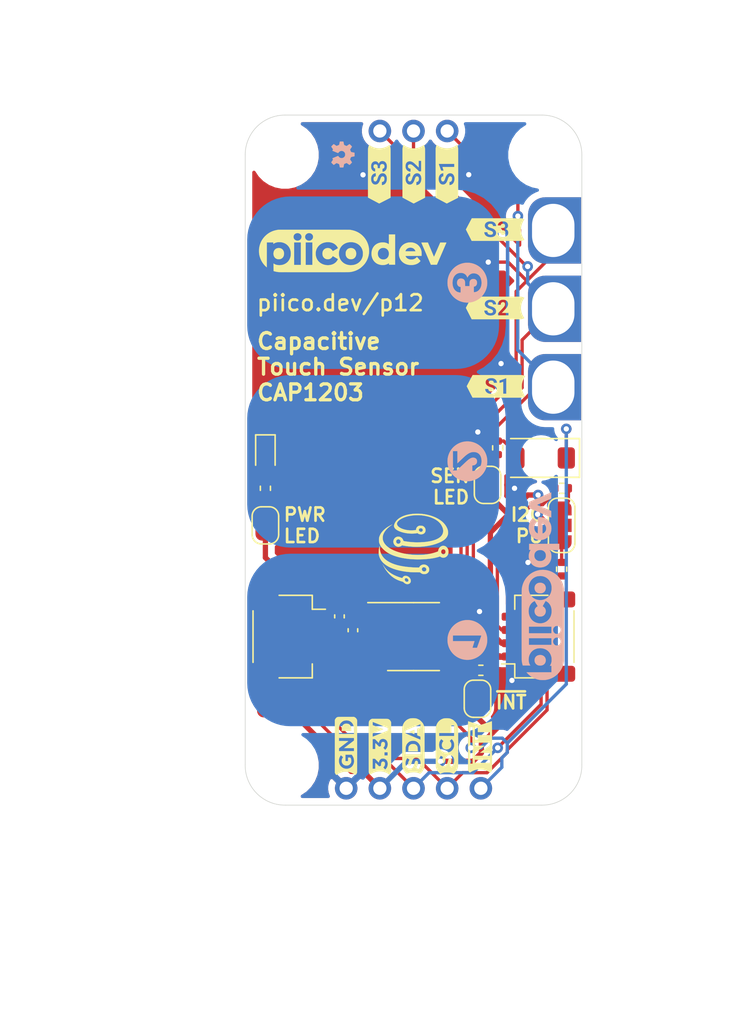
<source format=kicad_pcb>
(kicad_pcb (version 20171130) (host pcbnew "(5.1.8-44-gfd79c7ae46)-1")
  (title_block (date 2021-05-20))
  (layers (0 F.Cu signal) (31 B.Cu signal) (34 B.Paste user hide) (35 F.Paste user hide) (36 B.SilkS user) (37 F.SilkS user) (38 B.Mask user hide) (39 F.Mask user) (44 Edge.Cuts user))
  (net 0 "")
  (net 1 +3V3)
  (net 2 GND)
  (net 3 "Net-(D1-Pad2)")
  (net 4 /SCL)
  (net 5 /SDA)
  (net 6 "Net-(JP1-Pad2)")
  (net 7 "Net-(JP2-Pad1)")
  (net 8 "Net-(JP2-Pad3)")
  (net 9 /~INT)
  (net 10 "Net-(D2-Pad2)")
  (net 11 "Net-(JP3-Pad2)")
  (net 12 "Net-(JP4-Pad2)")
  (net 13 /CS1)
  (net 14 /CS2)
  (net 15 /CS3)
  (module CoreElectronics_Components:Conn_alligator (layer F.Cu) (at 107.823 70.739 90)
    (fp_text reference J13)
    (fp_text value Conn_01x01_Male)
    (pad 1 thru_hole custom (at 0 0 90) (size 4.01 3.21) (drill oval 4.01 3.2) (layers *.Cu *.Mask) (net 15 /CS3) (options (clearance outline) (anchor rect)) (primitives (gr_line (start -1.2 -1.8) (end 1.2 -1.8) (width 0.2)) (gr_arc (start 1.2 -0.6) (end 2.4 -0.6) (angle -90) (width 0.2)) (gr_arc (start -1.2 -0.6) (end -1.2 -1.8) (angle -90) (width 0.2)) (gr_poly (pts (xy 2.5 2.1) (xy -2.5 2.1) (xy -2.5 -0.6) (xy 2.5 -0.6)) (width 0)) (gr_poly (pts (xy 1.8 -1.6) (xy 2 -1.4) (xy 2.2 -1.2) (xy 2.4 -0.7) (xy 2.4 -0.6) (xy -2.4 -0.6) (xy -2.4 -0.7) (xy -2.3 -0.9) (xy -2.2 -1.225) (xy -2.05 -1.375) (xy -1.6 -1.7) (xy -1.1 -1.8) (xy 1.3 -1.8)) (width 0.1))))
  )
  (module CoreElectronics_Components:Conn_alligator (layer F.Cu) (at 107.823 76.6445 90)
    (fp_text reference J12)
    (fp_text value Conn_01x01_Male)
    (pad 1 thru_hole custom (at 0 0 90) (size 4.01 3.21) (drill oval 4.01 3.2) (layers *.Cu *.Mask) (net 14 /CS2) (options (clearance outline) (anchor rect)) (primitives (gr_line (start -1.2 -1.8) (end 1.2 -1.8) (width 0.2)) (gr_arc (start 1.2 -0.6) (end 2.4 -0.6) (angle -90) (width 0.2)) (gr_arc (start -1.2 -0.6) (end -1.2 -1.8) (angle -90) (width 0.2)) (gr_poly (pts (xy 2.5 2.1) (xy -2.5 2.1) (xy -2.5 -0.6) (xy 2.5 -0.6)) (width 0)) (gr_poly (pts (xy 1.8 -1.6) (xy 2 -1.4) (xy 2.2 -1.2) (xy 2.4 -0.7) (xy 2.4 -0.6) (xy -2.4 -0.6) (xy -2.4 -0.7) (xy -2.3 -0.9) (xy -2.2 -1.225) (xy -2.05 -1.375) (xy -1.6 -1.7) (xy -1.1 -1.8) (xy 1.3 -1.8)) (width 0.1))))
  )
  (module CoreElectronics_Components:Conn_alligator (layer F.Cu) (at 107.823 82.55 90)
    (fp_text reference J11)
    (fp_text value Conn_01x01_Male)
    (pad 1 thru_hole custom (at 0 0 90) (size 4.01 3.21) (drill oval 4.01 3.2) (layers *.Cu *.Mask) (net 13 /CS1) (options (clearance outline) (anchor rect)) (primitives (gr_line (start -1.2 -1.8) (end 1.2 -1.8) (width 0.2)) (gr_arc (start 1.2 -0.6) (end 2.4 -0.6) (angle -90) (width 0.2)) (gr_arc (start -1.2 -0.6) (end -1.2 -1.8) (angle -90) (width 0.2)) (gr_poly (pts (xy 2.5 2.1) (xy -2.5 2.1) (xy -2.5 -0.6) (xy 2.5 -0.6)) (width 0)) (gr_poly (pts (xy 1.8 -1.6) (xy 2 -1.4) (xy 2.2 -1.2) (xy 2.4 -0.7) (xy 2.4 -0.6) (xy -2.4 -0.6) (xy -2.4 -0.7) (xy -2.3 -0.9) (xy -2.2 -1.225) (xy -2.05 -1.375) (xy -1.6 -1.7) (xy -1.1 -1.8) (xy 1.3 -1.8)) (width 0.1))))
  )
  (module "PiicoDev Capacitive Touch Sensor CAP1203:Label_S3_Reverse" (layer F.Cu) (at 103.4415 70.6755 180)
    (fp_text reference G9 hide)
    (fp_text value S3 hide)
  )
  (module "PiicoDev Capacitive Touch Sensor CAP1203:Label_S3_Reverse" (layer F.Cu) (at 94.7 66.5 270)
    (fp_text reference G8 hide)
    (fp_text value S3 hide)
  )
  (module "PiicoDev Capacitive Touch Sensor CAP1203:Label_S2_Reverse" (layer F.Cu) (at 103.4415 76.581 180)
    (fp_text reference G7 hide)
    (fp_text value S2 hide)
  )
  (module "PiicoDev Capacitive Touch Sensor CAP1203:Label_S2_Reverse" (layer F.Cu) (at 97.3 66.5 270)
    (fp_text reference G6 hide)
    (fp_text value S2 hide)
  )
  (module "PiicoDev Capacitive Touch Sensor CAP1203:Label_S1_Reverse" (layer F.Cu) (at 103.505 82.4865 180)
    (fp_text reference G5 hide)
    (fp_text value S1 hide)
  )
  (module "PiicoDev Capacitive Touch Sensor CAP1203:Label_S1_Reverse" (layer F.Cu) (at 99.8 66.5 270)
    (fp_text reference G4 hide)
    (fp_text value S1 hide)
  )
  (module CoreElectronics_Components:LED_1206_3216Metric_ReverseMount_Hole1.8x2.4mm (layer F.Cu) (at 106.908 87.884 180)
    (fp_text reference D2 hide)
    (fp_text value LED)
    (pad "" np_thru_hole oval (at 0 0 180) (size 2.1 2.4) (drill oval 2.1 2.4) (layers *.Cu *.Mask))
    (pad 2 smd roundrect (at 1.9 0 180) (size 1.3 1.6) (layers F.Cu F.Paste F.Mask) (roundrect_rratio 0.2) (net 10 "Net-(D2-Pad2)"))
    (pad 1 smd roundrect (at -1.9 0 180) (size 1.3 1.6) (layers F.Cu F.Paste F.Mask) (roundrect_rratio 0.2) (net 9 /~INT))
  )
  (module "PiicoDev Capacitive Touch Sensor CAP1203:Label_S3" (layer B.Cu) (at 101.346 74.676 90)
    (fp_text reference G*** hide)
    (fp_text value LOGO hide)
  )
  (module "PiicoDev Capacitive Touch Sensor CAP1203:Label_S2" (layer B.Cu) (at 101.346 88.138 90)
    (fp_text reference G*** hide)
    (fp_text value LOGO hide)
  )
  (module "PiicoDev Capacitive Touch Sensor CAP1203:Label_S1" (layer B.Cu) (at 101.346 101.6 90)
    (fp_text reference G*** hide)
    (fp_text value LOGO hide)
  )
  (module CoreElectronics_Components:SolderJumper-2_P1.3mm_Bridged_RoundedPad1.0x1.5mm (layer F.Cu) (at 102.87 89.916 90)
    (fp_text reference JP3 hide)
    (fp_text value "SEN LED")
    (fp_poly (pts (xy 0.25 -0.3) (xy -0.25 -0.3) (xy -0.25 0.3) (xy 0.25 0.3)) (layer F.Cu) (width 0))
    (pad 1 smd custom (at -0.65 0 90) (size 1 0.5) (layers F.Cu F.Mask) (net 1 +3V3) (options (clearance outline) (anchor rect)) (primitives (gr_circle (center 0 0.25) (end 0.5 0.25) (width 0)) (gr_circle (center 0 -0.25) (end 0.5 -0.25) (width 0)) (gr_poly (pts (xy 0 -0.75) (xy 0.5 -0.75) (xy 0.5 0.75) (xy 0 0.75)) (width 0))))
    (pad 2 smd custom (at 0.65 0 90) (size 1 0.5) (layers F.Cu F.Mask) (net 11 "Net-(JP3-Pad2)") (options (clearance outline) (anchor rect)) (primitives (gr_circle (center 0 0.25) (end 0.5 0.25) (width 0)) (gr_circle (center 0 -0.25) (end 0.5 -0.25) (width 0)) (gr_poly (pts (xy 0 -0.75) (xy -0.5 -0.75) (xy -0.5 0.75) (xy 0 0.75)) (width 0))))
  )
  (module Connector_PinHeader_2.54mm:PinHeader_1x03_P2.54mm_Vertical (layer F.Cu) (at 99.822 63.246 270)
    (fp_text reference J8 hide)
    (fp_text value Conn_01x03_Male)
    (pad 3 thru_hole oval (at 0 5.08 270) (size 1.7 1.7) (drill 1) (layers *.Cu *.Mask) (net 15 /CS3))
    (pad 2 thru_hole oval (at 0 2.54 270) (size 1.7 1.7) (drill 1) (layers *.Cu *.Mask) (net 14 /CS2))
    (pad 1 thru_hole circle (at 0 0 270) (size 1.7 1.7) (drill 1) (layers *.Cu *.Mask) (net 13 /CS1))
  )
  (module CoreElectronics_Artwork:CoreElectronics_logo_5mm (layer F.Cu) (at 97.282 94.742)
    (fp_text reference G2 hide)
    (fp_text value LOGO_CoreElectronics_no-text hide)
  )
  (module CoreElectronics_Components:PiicoDev_header_1pin_INT_inverted (layer B.Cu) (at 102.362 112.776 270)
    (fp_text reference J4)
    (fp_text value Conn_01x01_Male)
    (pad 1 thru_hole circle (at 0 0 270) (size 1.7 1.7) (drill 1) (layers *.Cu *.Mask) (net 9 /~INT))
  )
  (module CoreElectronics_Components:PiicoDev_header_4pin (layer B.Cu) (at 92.202 112.776 270)
    (fp_text reference J3)
    (fp_text value Conn_PiicoDev_header_01x04_Male)
    (pad 1 thru_hole circle (at 0 0 270) (size 1.7 1.7) (drill 1) (layers *.Cu *.Mask) (net 2 GND))
    (pad 2 thru_hole oval (at 0 -2.54 270) (size 1.7 1.7) (drill 1) (layers *.Cu *.Mask) (net 1 +3V3))
    (pad 3 thru_hole oval (at 0 -5.08 270) (size 1.7 1.7) (drill 1) (layers *.Cu *.Mask) (net 5 /SDA))
    (pad 4 thru_hole oval (at 0 -7.62 270) (size 1.7 1.7) (drill 1) (layers *.Cu *.Mask) (net 4 /SCL))
  )
  (module Connector_JST:JST_SH_SM04B-SRSS-TB_1x04-1MP_P1.00mm_Horizontal (layer F.Cu) (at 106.7054 101.346 90)
    (fp_text reference J2 hide)
    (fp_text value " " hide)
    (pad MP smd roundrect (at 2.8 1.875 90) (size 1.2 1.8) (layers F.Cu F.Paste F.Mask) (roundrect_rratio 0.2083325))
    (pad MP smd roundrect (at -2.8 1.875 90) (size 1.2 1.8) (layers F.Cu F.Paste F.Mask) (roundrect_rratio 0.2083325))
    (pad 4 smd roundrect (at 1.5 -2 90) (size 0.6 1.55) (layers F.Cu F.Paste F.Mask) (net 4 /SCL))
    (pad 3 smd roundrect (at 0.5 -2 90) (size 0.6 1.55) (layers F.Cu F.Paste F.Mask) (net 5 /SDA))
    (pad 2 smd roundrect (at -0.5 -2 90) (size 0.6 1.55) (layers F.Cu F.Paste F.Mask) (net 1 +3V3))
    (pad 1 smd roundrect (at -1.5 -2 90) (size 0.6 1.55) (layers F.Cu F.Paste F.Mask) (net 2 GND))
  )
  (module Connector_JST:JST_SH_SM04B-SRSS-TB_1x04-1MP_P1.00mm_Horizontal (layer F.Cu) (at 87.8586 101.346 270)
    (fp_text reference J1 hide)
    (fp_text value " " hide)
    (pad MP smd roundrect (at 2.8 1.875 270) (size 1.2 1.8) (layers F.Cu F.Paste F.Mask) (roundrect_rratio 0.2083325))
    (pad MP smd roundrect (at -2.8 1.875 270) (size 1.2 1.8) (layers F.Cu F.Paste F.Mask) (roundrect_rratio 0.2083325))
    (pad 4 smd roundrect (at 1.5 -2 270) (size 0.6 1.55) (layers F.Cu F.Paste F.Mask) (net 4 /SCL))
    (pad 3 smd roundrect (at 0.5 -2 270) (size 0.6 1.55) (layers F.Cu F.Paste F.Mask) (net 5 /SDA))
    (pad 2 smd roundrect (at -0.5 -2 270) (size 0.6 1.55) (layers F.Cu F.Paste F.Mask) (net 1 +3V3))
    (pad 1 smd roundrect (at -1.5 -2 270) (size 0.6 1.55) (layers F.Cu F.Paste F.Mask) (net 2 GND))
  )
  (module Resistor_SMD:R_0402_1005Metric (layer F.Cu) (at 108.458 90.17 180)
    (fp_text reference R3 hide)
    (fp_text value 10k hide)
    (pad 2 smd roundrect (at 0.51 0 180) (size 0.54 0.64) (layers F.Cu F.Paste F.Mask) (net 5 /SDA))
    (pad 1 smd roundrect (at -0.51 0 180) (size 0.54 0.64) (layers F.Cu F.Paste F.Mask) (net 7 "Net-(JP2-Pad1)"))
  )
  (module Resistor_SMD:R_0402_1005Metric (layer F.Cu) (at 86.106 90.17 90)
    (fp_text reference R1 hide)
    (fp_text value 10k hide)
    (pad 2 smd roundrect (at 0.51 0 90) (size 0.54 0.64) (layers F.Cu F.Paste F.Mask) (net 3 "Net-(D1-Pad2)"))
    (pad 1 smd roundrect (at -0.51 0 90) (size 0.54 0.64) (layers F.Cu F.Paste F.Mask) (net 6 "Net-(JP1-Pad2)"))
  )
  (module Fiducial:Fiducial_1mm_Mask2mm (layer F.Cu) (at 103.0605 63.373)
    (fp_text reference FID2 hide)
    (fp_text value Fiducial)
    (pad "" smd circle (at 0 0) (size 1 1) (layers F.Cu F.Mask) (clearance 0.5))
  )
  (module Fiducial:Fiducial_1mm_Mask2mm (layer F.Cu) (at 85.979 106.934)
    (fp_text reference FID1 hide)
    (fp_text value Fiducial)
    (pad "" smd circle (at 0 0) (size 1 1) (layers F.Cu F.Mask) (clearance 0.5))
  )
  (module LED_SMD:LED_0603_1608Metric (layer F.Cu) (at 86.106 87.63 270)
    (fp_text reference D1 hide)
    (fp_text value LED hide)
    (pad 2 smd roundrect (at 0.7875 0 270) (size 0.875 0.95) (layers F.Cu F.Paste F.Mask) (net 3 "Net-(D1-Pad2)"))
    (pad 1 smd roundrect (at -0.7875 0 270) (size 0.875 0.95) (layers F.Cu F.Paste F.Mask) (net 2 GND))
  )
  (module CoreElectronics_Components:MountingHole_2.7mm_M2.5_PadClearance_1.2 (layer F.Cu) (at 106.982 65.046)
    (fp_text reference H2 hide)
    (fp_text value MountingHole)
    (pad 1 np_thru_hole circle (at 0 0) (size 2.7 2.7) (drill 2.7) (layers *.Cu *.Mask))
  )
  (module Resistor_SMD:R_0402_1005Metric (layer F.Cu) (at 108.458 96.266 270)
    (fp_text reference R2 hide)
    (fp_text value 10k)
    (pad 2 smd roundrect (at 0.51 0 270) (size 0.54 0.64) (layers F.Cu F.Paste F.Mask) (net 4 /SCL))
    (pad 1 smd roundrect (at -0.51 0 270) (size 0.54 0.64) (layers F.Cu F.Paste F.Mask) (net 8 "Net-(JP2-Pad3)"))
  )
  (module CoreElectronics_Artwork:piicodev_logo_14.2x3.4mm (layer F.Cu) (at 92.71 72.39)
    (fp_text reference G1 hide)
    (fp_text value LOGO_PiicoDev hide)
  )
  (module CoreElectronics_Artwork:piicodev_logo_14.2x3.4mm (layer B.Cu) (at 106.934 97.536 90)
    (fp_text reference G3 hide)
    (fp_text value LOGO_made-with-love hide)
  )
  (module CoreElectronics_Artwork:oshw (layer B.Cu) (at 91.948 65.024 90)
    (fp_text reference LOGO1 hide)
    (fp_text value Logo_Open_Hardware_Small hide)
  )
  (module CoreElectronics_Components:MountingHole_2.7mm_M2.5_PadClearance_1.2 (layer F.Cu) (at 87.582 65.046)
    (fp_text reference H1 hide)
    (fp_text value MountingHole)
    (pad 1 np_thru_hole circle (at 0 0) (size 2.7 2.7) (drill 2.7) (layers *.Cu *.Mask))
  )
  (module CoreElectronics_Components:SolderJumper-2_P1.3mm_Bridged_RoundedPad1.0x1.5mm (layer F.Cu) (at 86.106 92.964 90)
    (fp_text reference JP1 hide)
    (fp_text value "PWR LED")
    (fp_poly (pts (xy 0.25 -0.3) (xy -0.25 -0.3) (xy -0.25 0.3) (xy 0.25 0.3)) (layer F.Cu) (width 0))
    (pad 1 smd custom (at -0.65 0 90) (size 1 0.5) (layers F.Cu F.Mask) (net 1 +3V3) (options (clearance outline) (anchor rect)) (primitives (gr_circle (center 0 0.25) (end 0.5 0.25) (width 0)) (gr_circle (center 0 -0.25) (end 0.5 -0.25) (width 0)) (gr_poly (pts (xy 0 -0.75) (xy 0.5 -0.75) (xy 0.5 0.75) (xy 0 0.75)) (width 0))))
    (pad 2 smd custom (at 0.65 0 90) (size 1 0.5) (layers F.Cu F.Mask) (net 6 "Net-(JP1-Pad2)") (options (clearance outline) (anchor rect)) (primitives (gr_circle (center 0 0.25) (end 0.5 0.25) (width 0)) (gr_circle (center 0 -0.25) (end 0.5 -0.25) (width 0)) (gr_poly (pts (xy 0 -0.75) (xy -0.5 -0.75) (xy -0.5 0.75) (xy 0 0.75)) (width 0))))
  )
  (module CoreElectronics_Components:SolderJumper-3_P1.3mm_Closed_RoundedPad1.0x1.5mm_NumberLabels (layer F.Cu) (at 108.458 92.964 270)
    (fp_text reference JP2 hide)
    (fp_text value "I2C PU")
    (fp_poly (pts (xy 0.8 0.3) (xy -0.8 0.3) (xy -0.8 -0.3) (xy 0.8 -0.3)) (layer F.Cu) (width 0.1))
    (pad 2 smd rect (at 0 0 270) (size 1 1.5) (layers F.Cu F.Mask) (net 1 +3V3))
    (pad 3 smd custom (at 1.3 0 270) (size 1 0.5) (layers F.Cu F.Mask) (net 8 "Net-(JP2-Pad3)") (options (clearance outline) (anchor rect)) (primitives (gr_circle (center 0 0.25) (end 0.5 0.25) (width 0)) (gr_circle (center 0 -0.25) (end 0.5 -0.25) (width 0)) (gr_poly (pts (xy -0.55 -0.75) (xy 0 -0.75) (xy 0 0.75) (xy -0.55 0.75)) (width 0))))
    (pad 1 smd custom (at -1.3 0 270) (size 1 0.5) (layers F.Cu F.Mask) (net 7 "Net-(JP2-Pad1)") (options (clearance outline) (anchor rect)) (primitives (gr_circle (center 0 0.25) (end 0.5 0.25) (width 0)) (gr_circle (center 0 -0.25) (end 0.5 -0.25) (width 0)) (gr_poly (pts (xy 0.55 -0.75) (xy 0 -0.75) (xy 0 0.75) (xy 0.55 0.75)) (width 0))))
  )
  (module Capacitor_SMD:C_0402_1005Metric (layer F.Cu) (at 92.71 100.866 90)
    (fp_text reference C1 hide)
    (fp_text value 0.1uF)
    (pad 2 smd roundrect (at 0.48 0 90) (size 0.56 0.62) (layers F.Cu F.Paste F.Mask) (net 2 GND))
    (pad 1 smd roundrect (at -0.48 0 90) (size 0.56 0.62) (layers F.Cu F.Paste F.Mask) (net 1 +3V3))
  )
  (module Capacitor_SMD:C_0402_1005Metric (layer F.Cu) (at 91.694 99.822 90)
    (fp_text reference C2 hide)
    (fp_text value 1uF)
    (pad 2 smd roundrect (at 0.48 0 90) (size 0.56 0.62) (layers F.Cu F.Paste F.Mask) (net 2 GND))
    (pad 1 smd roundrect (at -0.48 0 90) (size 0.56 0.62) (layers F.Cu F.Paste F.Mask) (net 1 +3V3))
  )
  (module CoreElectronics_Components:MountingHole_2.7mm_M2.5_PadClearance_1.2 (layer F.Cu) (at 87.582 111.046)
    (fp_text reference H3 hide)
    (fp_text value MountingHole)
    (pad 1 np_thru_hole circle (at 0 0) (size 2.7 2.7) (drill 2.7) (layers *.Cu *.Mask))
  )
  (module CoreElectronics_Components:MountingHole_2.7mm_M2.5_PadClearance_1.2 (layer F.Cu) (at 106.982 111.046)
    (fp_text reference H4 hide)
    (fp_text value MountingHole)
    (pad 1 np_thru_hole circle (at 0 0) (size 2.7 2.7) (drill 2.7) (layers *.Cu *.Mask))
  )
  (module CoreElectronics_Components:Capacitive_Touch_Button (layer B.Cu) (at 94.234 101.6)
    (fp_text reference J5 hide)
    (fp_text value Conn_01x01_Male)
    (pad 1 connect roundrect (at 0 0) (size 19 13) (layers B.Cu) (net 13 /CS1))
  )
  (module CoreElectronics_Components:Capacitive_Touch_Button (layer B.Cu) (at 94.234 88.138)
    (fp_text reference J6 hide)
    (fp_text value Conn_01x01_Male)
    (pad 1 connect roundrect (at 0 0) (size 19 13) (layers B.Cu) (net 14 /CS2))
  )
  (module CoreElectronics_Components:Capacitive_Touch_Button (layer B.Cu) (at 94.234 74.676)
    (fp_text reference J7 hide)
    (fp_text value Conn_01x01_Male)
    (pad 1 connect roundrect (at 0 0) (size 19 13) (layers B.Cu) (net 15 /CS3))
  )
  (module Resistor_SMD:R_0402_1005Metric (layer F.Cu) (at 102.362 103.886 180)
    (fp_text reference R4 hide)
    (fp_text value 10k)
    (pad 2 smd roundrect (at 0.51 0 180) (size 0.54 0.64) (layers F.Cu F.Paste F.Mask) (net 9 /~INT))
    (pad 1 smd roundrect (at -0.51 0 180) (size 0.54 0.64) (layers F.Cu F.Paste F.Mask) (net 12 "Net-(JP4-Pad2)"))
  )
  (module Package_SO:SOIC-8_3.9x4.9mm_P1.27mm (layer F.Cu) (at 97.282 101.346)
    (fp_text reference U1 hide)
    (fp_text value CAP1203)
    (pad 8 smd roundrect (at 2.475 -1.905) (size 1.95 0.6) (layers F.Cu F.Paste F.Mask) (net 13 /CS1))
    (pad 7 smd roundrect (at 2.475 -0.635) (size 1.95 0.6) (layers F.Cu F.Paste F.Mask) (net 14 /CS2))
    (pad 6 smd roundrect (at 2.475 0.635) (size 1.95 0.6) (layers F.Cu F.Paste F.Mask) (net 15 /CS3))
    (pad 5 smd roundrect (at 2.475 1.905) (size 1.95 0.6) (layers F.Cu F.Paste F.Mask) (net 2 GND))
    (pad 4 smd roundrect (at -2.475 1.905) (size 1.95 0.6) (layers F.Cu F.Paste F.Mask) (net 1 +3V3))
    (pad 3 smd roundrect (at -2.475 0.635) (size 1.95 0.6) (layers F.Cu F.Paste F.Mask) (net 4 /SCL))
    (pad 2 smd roundrect (at -2.475 -0.635) (size 1.95 0.6) (layers F.Cu F.Paste F.Mask) (net 5 /SDA))
    (pad 1 smd roundrect (at -2.475 -1.905) (size 1.95 0.6) (layers F.Cu F.Paste F.Mask) (net 9 /~INT))
  )
  (module CoreElectronics_Components:SolderJumper-2_P1.3mm_Bridged_RoundedPad1.0x1.5mm (layer F.Cu) (at 102.108 106.03 90)
    (fp_text reference JP4 hide)
    (fp_text value ~INT)
    (fp_poly (pts (xy 0.25 -0.3) (xy -0.25 -0.3) (xy -0.25 0.3) (xy 0.25 0.3)) (layer F.Cu) (width 0))
    (pad 1 smd custom (at -0.65 0 90) (size 1 0.5) (layers F.Cu F.Mask) (net 1 +3V3) (options (clearance outline) (anchor rect)) (primitives (gr_circle (center 0 0.25) (end 0.5 0.25) (width 0)) (gr_circle (center 0 -0.25) (end 0.5 -0.25) (width 0)) (gr_poly (pts (xy 0 -0.75) (xy 0.5 -0.75) (xy 0.5 0.75) (xy 0 0.75)) (width 0))))
    (pad 2 smd custom (at 0.65 0 90) (size 1 0.5) (layers F.Cu F.Mask) (net 12 "Net-(JP4-Pad2)") (options (clearance outline) (anchor rect)) (primitives (gr_circle (center 0 0.25) (end 0.5 0.25) (width 0)) (gr_circle (center 0 -0.25) (end 0.5 -0.25) (width 0)) (gr_poly (pts (xy 0 -0.75) (xy -0.5 -0.75) (xy -0.5 0.75) (xy 0 0.75)) (width 0))))
  )
  (module Resistor_SMD:R_0402_1005Metric (layer F.Cu) (at 103.632 87.122 90)
    (fp_text reference R5 hide)
    (fp_text value 1k)
    (pad 2 smd roundrect (at 0.51 0 90) (size 0.54 0.64) (layers F.Cu F.Paste F.Mask) (net 10 "Net-(D2-Pad2)"))
    (pad 1 smd roundrect (at -0.51 0 90) (size 0.54 0.64) (layers F.Cu F.Paste F.Mask) (net 11 "Net-(JP3-Pad2)"))
  )
  (gr_text "SEN\nLED" (at 101.6 90.043) (layer F.SilkS) (effects (font (size 1 1) (thickness 0.2)) (justify right)))
  (gr_text ~INT (at 104.648 106.299) (layer F.SilkS) (effects (font (size 1 1) (thickness 0.2))))
  (gr_arc (start 106.982 65.046) (end 109.982 65.046) (angle -90) (layer Edge.Cuts) (width 0.05))
  (gr_arc (start 87.582 65.046) (end 87.582 62.046) (angle -90) (layer Edge.Cuts) (width 0.05))
  (gr_arc (start 106.982 111.046) (end 106.934 114.046) (angle -91.83330851) (layer Edge.Cuts) (width 0.05))
  (gr_arc (start 87.582 111.046) (end 84.582 110.998) (angle -91.83330851) (layer Edge.Cuts) (width 0.05))
  (gr_line (start 106.934 114.046) (end 87.63 114.046) (layer Edge.Cuts) (width 0.05))
  (gr_line (start 109.982 65.046) (end 109.982 110.998) (layer Edge.Cuts) (width 0.05))
  (gr_line (start 87.582 62.046) (end 106.982 62.046) (layer Edge.Cuts) (width 0.05))
  (gr_line (start 84.582 110.998) (end 84.582 65.046) (layer Edge.Cuts) (width 0.05))
  (gr_text piico.dev/p12 (at 85.344 76.2) (layer F.SilkS) (effects (font (size 1.2 1.2) (thickness 0.2)) (justify left)))
  (gr_text "PWR\nLED" (at 87.376 92.964) (layer F.SilkS) (effects (font (size 1 1) (thickness 0.2)) (justify left)))
  (gr_text "I2C\nPU" (at 107.188 92.964) (layer F.SilkS) (effects (font (size 1 1) (thickness 0.2)) (justify right)))
  (gr_text v10 (at 94.488 106.172) (layer F.Cu) (effects (font (size 1 1) (thickness 0.2))))
  (gr_text "Capacitive\nTouch Sensor\nCAP1203" (at 85.344 81.026) (layer F.SilkS) (effects (font (size 1.2 1.2) (thickness 0.25)) (justify left)))
  (segment (start 88.23358 100.93358) (end 88.23358 107.15658) (width 0.4) (layer F.Cu) (net 1))
  (segment (start 88.23358 107.15658) (end 92.583 111.506) (width 0.4) (layer F.Cu) (net 1))
  (segment (start 94.742 112.776) (end 93.472 111.506) (width 0.4) (layer F.Cu) (net 1))
  (segment (start 92.583 111.506) (end 93.472 111.506) (width 0.4) (layer F.Cu) (net 1))
  (segment (start 90.94 100.846) (end 89.8586 100.846) (width 0.4) (layer F.Cu) (net 1))
  (segment (start 94.807 103.251) (end 93.345 103.251) (width 0.4) (layer F.Cu) (net 1))
  (segment (start 92.71 102.616) (end 92.964 102.87) (width 0.4) (layer F.Cu) (net 1))
  (segment (start 92.71 101.346) (end 92.71 102.616) (width 0.4) (layer F.Cu) (net 1))
  (segment (start 93.345 103.251) (end 92.964 102.87) (width 0.4) (layer F.Cu) (net 1))
  (segment (start 91.694 101.6) (end 91.948 101.854) (width 0.4) (layer F.Cu) (net 1))
  (segment (start 91.694 100.302) (end 91.694 101.6) (width 0.4) (layer F.Cu) (net 1))
  (segment (start 91.948 101.854) (end 90.94 100.846) (width 0.4) (layer F.Cu) (net 1))
  (segment (start 92.964 102.87) (end 91.948 101.854) (width 0.4) (layer F.Cu) (net 1))
  (segment (start 105.8465 101.846) (end 106.380367 102.379867) (width 0.4) (layer F.Cu) (net 1))
  (segment (start 106.380367 105.455633) (end 103.251 108.585) (width 0.4) (layer F.Cu) (net 1))
  (segment (start 106.380367 102.379867) (end 106.380367 105.455633) (width 0.4) (layer F.Cu) (net 1))
  (segment (start 104.7054 101.846) (end 105.8465 101.846) (width 0.4) (layer F.Cu) (net 1))
  (segment (start 102.108 107.442) (end 103.251 108.585) (width 0.4) (layer F.Cu) (net 1))
  (segment (start 102.108 106.68) (end 102.108 107.442) (width 0.4) (layer F.Cu) (net 1))
  (segment (start 103.9304 101.846) (end 103.080381 100.995981) (width 0.4) (layer F.Cu) (net 1))
  (segment (start 104.7054 101.846) (end 103.9304 101.846) (width 0.4) (layer F.Cu) (net 1))
  (segment (start 103.080381 100.995981) (end 103.080381 93.504313) (width 0.4) (layer F.Cu) (net 1))
  (segment (start 88.32116 100.846) (end 88.23358 100.93358) (width 0.4) (layer F.Cu) (net 1))
  (segment (start 89.8586 100.846) (end 88.32116 100.846) (width 0.4) (layer F.Cu) (net 1))
  (segment (start 87.358989 100.058989) (end 88.23358 100.93358) (width 0.4) (layer F.Cu) (net 1))
  (segment (start 86.106 95.392) (end 87.358989 96.644989) (width 0.4) (layer F.Cu) (net 1))
  (segment (start 87.358989 96.644989) (end 87.358989 100.058989) (width 0.4) (layer F.Cu) (net 1))
  (segment (start 104.373347 92.069347) (end 104.515347 92.069347) (width 0.4) (layer F.Cu) (net 1))
  (segment (start 102.87 90.566) (end 104.373347 92.069347) (width 0.4) (layer F.Cu) (net 1))
  (segment (start 103.080381 93.504313) (end 104.515347 92.069347) (width 0.4) (layer F.Cu) (net 1))
  (segment (start 106.642588 90.71541) (end 106.679998 90.678) (width 0.4) (layer B.Cu) (net 1))
  (segment (start 105.906694 90.678) (end 106.679998 90.678) (width 0.4) (layer F.Cu) (net 1))
  (segment (start 104.515347 92.069347) (end 105.906694 90.678) (width 0.4) (layer F.Cu) (net 1))
  (segment (start 106.642588 92.128011) (end 106.642588 90.71541) (width 0.4) (layer B.Cu) (net 1))
  (via (at 106.679998 90.678) (size 0.8) (drill 0.4) (layers F.Cu B.Cu) (net 1))
  (via (at 106.642588 92.128011) (size 0.8) (drill 0.4) (layers F.Cu B.Cu) (net 1))
  (segment (start 108.458 92.964) (end 107.478577 92.964) (width 0.4) (layer F.Cu) (net 1))
  (segment (start 107.478577 92.964) (end 106.642588 92.128011) (width 0.4) (layer F.Cu) (net 1))
  (segment (start 86.106 93.614) (end 86.106 95.392) (width 0.4) (layer F.Cu) (net 1))
  (via (at 99.314012 110.744) (size 0.8) (drill 0.4) (layers F.Cu B.Cu) (net 1))
  (segment (start 103.251 108.585) (end 102.400002 109.435998) (width 0.4) (layer F.Cu) (net 1))
  (segment (start 102.400002 109.435998) (end 102.400002 110.112002) (width 0.4) (layer F.Cu) (net 1))
  (segment (start 101.768004 110.744) (end 99.314012 110.744) (width 0.4) (layer F.Cu) (net 1))
  (segment (start 102.400002 110.112002) (end 101.768004 110.744) (width 0.4) (layer F.Cu) (net 1))
  (segment (start 94.742 112.776) (end 96.774 110.744) (width 0.4) (layer B.Cu) (net 1))
  (segment (start 96.774 110.744) (end 99.314012 110.744) (width 0.4) (layer B.Cu) (net 1))
  (segment (start 91.946 99.342) (end 91.694 99.342) (width 0.25) (layer F.Cu) (net 2))
  (segment (start 92.71 100.106) (end 91.946 99.342) (width 0.25) (layer F.Cu) (net 2))
  (segment (start 92.71 100.386) (end 92.71 100.106) (width 0.25) (layer F.Cu) (net 2))
  (segment (start 89.8586 99.846) (end 90.908 99.846) (width 0.25) (layer F.Cu) (net 2))
  (segment (start 91.412 99.342) (end 91.694 99.342) (width 0.25) (layer F.Cu) (net 2))
  (segment (start 90.908 99.846) (end 91.412 99.342) (width 0.25) (layer F.Cu) (net 2))
  (segment (start 99.757 103.251) (end 101.219 103.251) (width 0.25) (layer F.Cu) (net 2))
  (segment (start 101.219 103.251) (end 101.624 102.846) (width 0.25) (layer F.Cu) (net 2))
  (segment (start 101.624 102.846) (end 104.7054 102.846) (width 0.25) (layer F.Cu) (net 2))
  (via (at 104.902 90.17) (size 0.8) (drill 0.4) (layers F.Cu B.Cu) (net 2))
  (segment (start 104.7054 102.846) (end 104.7054 103.8286) (width 0.25) (layer F.Cu) (net 2))
  (via (at 104.7054 104.648) (size 0.8) (drill 0.4) (layers F.Cu B.Cu) (net 2))
  (via (at 93.472 66.548) (size 0.8) (drill 0.4) (layers F.Cu B.Cu) (net 2))
  (via (at 105.918 95.758) (size 0.8) (drill 0.4) (layers F.Cu B.Cu) (net 2))
  (via (at 103.886 80.772) (size 0.8) (drill 0.4) (layers F.Cu B.Cu) (net 2))
  (via (at 101.4476 66.53784) (size 0.8) (drill 0.4) (layers F.Cu B.Cu) (net 2))
  (segment (start 86.106 88.4175) (end 86.106 89.66) (width 0.25) (layer F.Cu) (net 3))
  (segment (start 99.822 112.776) (end 99.510998 112.776) (width 0.25) (layer F.Cu) (net 4))
  (segment (start 99.822 112.776) (end 99.510996 112.776) (width 0.25) (layer F.Cu) (net 4))
  (segment (start 89.535 103.1696) (end 89.8586 102.846) (width 0.25) (layer F.Cu) (net 4))
  (segment (start 89.535 106.045) (end 89.535 103.1696) (width 0.25) (layer F.Cu) (net 4))
  (segment (start 94.02098 110.53098) (end 89.535 106.045) (width 0.25) (layer F.Cu) (net 4))
  (segment (start 97.57698 110.53098) (end 94.02098 110.53098) (width 0.25) (layer F.Cu) (net 4))
  (segment (start 99.822 112.776) (end 97.57698 110.53098) (width 0.25) (layer F.Cu) (net 4))
  (segment (start 96.139 101.981) (end 94.807 101.981) (width 0.25) (layer F.Cu) (net 4))
  (segment (start 96.55702 102.39902) (end 96.139 101.981) (width 0.25) (layer F.Cu) (net 4))
  (segment (start 96.55702 103.784158) (end 96.55702 102.39902) (width 0.25) (layer F.Cu) (net 4))
  (segment (start 96.015159 104.326019) (end 96.55702 103.784158) (width 0.25) (layer F.Cu) (net 4))
  (segment (start 93.041134 104.32602) (end 96.015159 104.326019) (width 0.25) (layer F.Cu) (net 4))
  (segment (start 91.561114 102.846) (end 93.041134 104.32602) (width 0.25) (layer F.Cu) (net 4))
  (segment (start 89.8586 102.846) (end 91.561114 102.846) (width 0.25) (layer F.Cu) (net 4))
  (segment (start 104.7054 99.846) (end 105.894 99.846) (width 0.25) (layer F.Cu) (net 4))
  (segment (start 107.35539 97.87861) (end 108.458 96.776) (width 0.25) (layer F.Cu) (net 4))
  (segment (start 107.35539 98.38461) (end 107.35539 97.87861) (width 0.25) (layer F.Cu) (net 4))
  (segment (start 105.894 99.846) (end 107.35539 98.38461) (width 0.25) (layer F.Cu) (net 4))
  (segment (start 102.832003 111.600999) (end 104.357001 110.076001) (width 0.25) (layer F.Cu) (net 4))
  (segment (start 104.357001 110.076001) (end 104.357001 109.879687) (width 0.25) (layer F.Cu) (net 4))
  (segment (start 99.822 112.776) (end 100.997001 111.600999) (width 0.25) (layer F.Cu) (net 4))
  (segment (start 100.997001 111.600999) (end 102.832003 111.600999) (width 0.25) (layer F.Cu) (net 4))
  (segment (start 104.357001 109.879687) (end 107.355389 106.881299) (width 0.25) (layer F.Cu) (net 4))
  (segment (start 107.355389 106.881299) (end 107.355389 101.130979) (width 0.25) (layer F.Cu) (net 4))
  (segment (start 107.355389 101.130979) (end 106.07041 99.846) (width 0.25) (layer F.Cu) (net 4))
  (segment (start 106.07041 99.846) (end 104.7054 99.846) (width 0.25) (layer F.Cu) (net 4))
  (segment (start 88.75859 106.41159) (end 93.32799 110.98099) (width 0.25) (layer F.Cu) (net 5))
  (segment (start 88.75859 102.17101) (end 88.75859 106.41159) (width 0.25) (layer F.Cu) (net 5))
  (segment (start 89.0836 101.846) (end 88.75859 102.17101) (width 0.25) (layer F.Cu) (net 5))
  (segment (start 89.8586 101.846) (end 89.0836 101.846) (width 0.25) (layer F.Cu) (net 5))
  (segment (start 95.48699 110.98099) (end 93.32799 110.98099) (width 0.25) (layer F.Cu) (net 5))
  (segment (start 97.282 112.776) (end 95.48699 110.98099) (width 0.25) (layer F.Cu) (net 5))
  (segment (start 96.10701 102.904242) (end 95.818768 102.616) (width 0.25) (layer F.Cu) (net 5))
  (segment (start 96.10701 103.597758) (end 96.10701 102.904242) (width 0.25) (layer F.Cu) (net 5))
  (segment (start 95.828758 103.87601) (end 96.10701 103.597758) (width 0.25) (layer F.Cu) (net 5))
  (segment (start 93.227534 103.87601) (end 95.828758 103.87601) (width 0.25) (layer F.Cu) (net 5))
  (segment (start 91.197524 101.846) (end 93.227534 103.87601) (width 0.25) (layer F.Cu) (net 5))
  (segment (start 89.8586 101.846) (end 91.197524 101.846) (width 0.25) (layer F.Cu) (net 5))
  (segment (start 93.795232 102.616) (end 93.472 102.292768) (width 0.25) (layer F.Cu) (net 5))
  (segment (start 95.818768 102.616) (end 93.795232 102.616) (width 0.25) (layer F.Cu) (net 5))
  (segment (start 93.832 100.711) (end 94.807 100.711) (width 0.25) (layer F.Cu) (net 5))
  (segment (start 93.472 101.071) (end 93.832 100.711) (width 0.25) (layer F.Cu) (net 5))
  (segment (start 93.472 102.292768) (end 93.472 101.071) (width 0.25) (layer F.Cu) (net 5))
  (segment (start 107.028004 91.403002) (end 106.206999 91.403001) (width 0.25) (layer F.Cu) (net 5))
  (segment (start 103.60539 94.00461) (end 103.60539 100.52099) (width 0.25) (layer F.Cu) (net 5))
  (segment (start 103.9304 100.846) (end 104.7054 100.846) (width 0.25) (layer F.Cu) (net 5))
  (segment (start 103.60539 100.52099) (end 103.9304 100.846) (width 0.25) (layer F.Cu) (net 5))
  (segment (start 106.206999 91.403001) (end 103.60539 94.00461) (width 0.25) (layer F.Cu) (net 5))
  (segment (start 107.948 90.483) (end 107.948 90.17) (width 0.25) (layer F.Cu) (net 5))
  (segment (start 107.028004 91.402996) (end 107.948 90.483) (width 0.25) (layer F.Cu) (net 5))
  (segment (start 107.028004 91.403002) (end 107.028004 91.402996) (width 0.25) (layer F.Cu) (net 5))
  (segment (start 101.759001 111.600999) (end 103.632 109.728) (width 0.25) (layer B.Cu) (net 5))
  (segment (start 106.905378 101.698378) (end 106.905378 106.454622) (width 0.25) (layer F.Cu) (net 5))
  (segment (start 106.905378 106.454622) (end 103.632 109.728) (width 0.25) (layer F.Cu) (net 5))
  (segment (start 104.7054 100.846) (end 106.053 100.846) (width 0.25) (layer F.Cu) (net 5))
  (segment (start 98.457001 111.600999) (end 101.759001 111.600999) (width 0.25) (layer B.Cu) (net 5))
  (via (at 103.632 109.728) (size 0.8) (drill 0.4) (layers F.Cu B.Cu) (net 5))
  (segment (start 106.053 100.846) (end 106.905378 101.698378) (width 0.25) (layer F.Cu) (net 5))
  (segment (start 97.282 112.776) (end 98.457001 111.600999) (width 0.25) (layer B.Cu) (net 5))
  (segment (start 86.106 90.68) (end 86.106 92.314) (width 0.25) (layer F.Cu) (net 6))
  (segment (start 108.968 91.154) (end 108.458 91.664) (width 0.25) (layer F.Cu) (net 7))
  (segment (start 108.968 90.17) (end 108.968 91.154) (width 0.25) (layer F.Cu) (net 7))
  (segment (start 108.458 95.756) (end 108.458 94.264) (width 0.25) (layer F.Cu) (net 8))
  (segment (start 95.782 99.441) (end 97.028 100.687) (width 0.25) (layer F.Cu) (net 9))
  (segment (start 94.807 99.441) (end 95.782 99.441) (width 0.25) (layer F.Cu) (net 9))
  (segment (start 97.028 100.687) (end 97.028 104.394) (width 0.25) (layer F.Cu) (net 9))
  (segment (start 101.852 103.888) (end 99.187 106.553) (width 0.25) (layer F.Cu) (net 9))
  (segment (start 101.852 103.886) (end 101.852 103.888) (width 0.25) (layer F.Cu) (net 9))
  (segment (start 97.028 104.394) (end 99.187 106.553) (width 0.25) (layer F.Cu) (net 9))
  (segment (start 102.362 112.776) (end 103.943002 111.194998) (width 0.25) (layer B.Cu) (net 9))
  (segment (start 103.943002 111.194998) (end 103.943002 110.49) (width 0.25) (layer B.Cu) (net 9))
  (segment (start 103.943002 110.49) (end 104.357001 110.076001) (width 0.25) (layer B.Cu) (net 9))
  (segment (start 104.357001 110.076001) (end 104.357001 109.379999) (width 0.25) (layer B.Cu) (net 9))
  (via (at 101.6 109.728) (size 0.8) (drill 0.4) (layers F.Cu B.Cu) (net 9))
  (segment (start 99.187 106.553) (end 101.6 108.966) (width 0.25) (layer F.Cu) (net 9))
  (segment (start 101.6 108.966) (end 101.6 109.728) (width 0.25) (layer F.Cu) (net 9))
  (segment (start 102.362 109.728) (end 101.6 109.728) (width 0.25) (layer B.Cu) (net 9))
  (segment (start 104.357001 109.379999) (end 103.980001 109.002999) (width 0.25) (layer B.Cu) (net 9))
  (segment (start 103.980001 109.002999) (end 103.087001 109.002999) (width 0.25) (layer B.Cu) (net 9))
  (segment (start 103.087001 109.002999) (end 102.362 109.728) (width 0.25) (layer B.Cu) (net 9))
  (via (at 108.808014 85.694014) (size 0.8) (drill 0.4) (layers F.Cu B.Cu) (net 9))
  (segment (start 108.808014 104.928986) (end 108.808014 86.259699) (width 0.25) (layer B.Cu) (net 9))
  (segment (start 108.808 87.884) (end 108.808 85.694028) (width 0.25) (layer F.Cu) (net 9))
  (segment (start 104.357001 109.379999) (end 108.808014 104.928986) (width 0.25) (layer B.Cu) (net 9))
  (segment (start 108.808 85.694028) (end 108.808014 85.694014) (width 0.25) (layer F.Cu) (net 9))
  (segment (start 108.808014 86.259699) (end 108.808014 85.694014) (width 0.25) (layer B.Cu) (net 9))
  (segment (start 103.634 86.614) (end 103.632 86.612) (width 0.25) (layer F.Cu) (net 10))
  (segment (start 104.086 86.612) (end 105.358 87.884) (width 0.25) (layer F.Cu) (net 10))
  (segment (start 103.632 86.612) (end 104.086 86.612) (width 0.25) (layer F.Cu) (net 10))
  (segment (start 103.632 88.504) (end 102.87 89.266) (width 0.25) (layer F.Cu) (net 11))
  (segment (start 103.632 87.632) (end 103.632 88.504) (width 0.25) (layer F.Cu) (net 11))
  (segment (start 102.108 104.65) (end 102.872 103.886) (width 0.25) (layer F.Cu) (net 12))
  (segment (start 102.108 105.38) (end 102.108 104.65) (width 0.25) (layer F.Cu) (net 12))
  (segment (start 87.66 98.201) (end 87.757 98.298) (width 0.4) (layer B.Cu) (net 13))
  (via (at 105.156 69.6595) (size 0.8) (drill 0.4) (layers F.Cu B.Cu) (net 13))
  (segment (start 105.14584 69.66966) (end 105.156 69.6595) (width 0.25) (layer B.Cu) (net 13))
  (segment (start 105.14584 79.74584) (end 105.14584 69.66966) (width 0.25) (layer B.Cu) (net 13))
  (segment (start 107.696 82.296) (end 105.14584 79.74584) (width 0.25) (layer B.Cu) (net 13))
  (segment (start 105.156 68.57238) (end 105.156 69.6595) (width 0.25) (layer F.Cu) (net 13))
  (segment (start 99.82962 63.246) (end 105.156 68.57238) (width 0.25) (layer F.Cu) (net 13))
  (segment (start 99.822 63.246) (end 99.82962 63.246) (width 0.25) (layer F.Cu) (net 13))
  (via (at 102.2604 99.45624) (size 0.8) (drill 0.4) (layers F.Cu B.Cu) (net 13))
  (segment (start 99.757 99.441) (end 102.24516 99.441) (width 0.25) (layer F.Cu) (net 13))
  (segment (start 102.24516 99.441) (end 102.2604 99.45624) (width 0.25) (layer F.Cu) (net 13))
  (segment (start 106.81462 82.296) (end 107.696 82.296) (width 0.25) (layer F.Cu) (net 13))
  (segment (start 101.79499 87.31563) (end 106.81462 82.296) (width 0.25) (layer F.Cu) (net 13))
  (segment (start 101.79499 97.40301) (end 101.79499 87.31563) (width 0.25) (layer F.Cu) (net 13))
  (segment (start 99.757 99.441) (end 101.79499 97.40301) (width 0.25) (layer F.Cu) (net 13))
  (via (at 105.892748 73.451868) (size 0.8) (drill 0.4) (layers F.Cu B.Cu) (net 14))
  (segment (start 107.823 76.6445) (end 105.892748 74.714248) (width 0.25) (layer B.Cu) (net 14))
  (segment (start 105.892748 74.714248) (end 105.892748 73.451868) (width 0.25) (layer B.Cu) (net 14))
  (segment (start 105.819088 73.451868) (end 105.892748 73.451868) (width 0.25) (layer F.Cu) (net 14))
  (segment (start 97.282 64.91478) (end 105.819088 73.451868) (width 0.25) (layer F.Cu) (net 14))
  (segment (start 97.282 63.246) (end 97.282 64.91478) (width 0.25) (layer F.Cu) (net 14))
  (segment (start 105.473931 82.587669) (end 102.1334 85.9282) (width 0.25) (layer F.Cu) (net 14))
  (segment (start 101.327001 86.734599) (end 102.1334 85.9282) (width 0.25) (layer F.Cu) (net 14))
  (segment (start 98.45699 99.094242) (end 101.327001 96.224231) (width 0.25) (layer F.Cu) (net 14))
  (segment (start 99.380232 100.711) (end 98.45699 99.787758) (width 0.25) (layer F.Cu) (net 14))
  (segment (start 99.757 100.711) (end 99.380232 100.711) (width 0.25) (layer F.Cu) (net 14))
  (segment (start 105.473931 78.993569) (end 105.473931 82.587669) (width 0.25) (layer F.Cu) (net 14))
  (segment (start 107.823 76.6445) (end 105.473931 78.993569) (width 0.25) (layer F.Cu) (net 14))
  (segment (start 98.45699 99.787758) (end 98.45699 99.094242) (width 0.25) (layer F.Cu) (net 14))
  (segment (start 101.327001 96.224231) (end 101.327001 86.734599) (width 0.25) (layer F.Cu) (net 14))
  (via (at 102.1334 85.9282) (size 0.8) (drill 0.4) (layers F.Cu B.Cu) (net 14))
  (via (at 102.9208 73.1266) (size 0.8) (drill 0.4) (layers F.Cu B.Cu) (net 15))
  (segment (start 107.823 70.739) (end 107.823 72.546936) (width 0.25) (layer F.Cu) (net 15))
  (segment (start 94.742 63.246) (end 102.92588 71.42988) (width 0.25) (layer F.Cu) (net 15))
  (segment (start 102.92588 73.12152) (end 102.9208 73.1266) (width 0.25) (layer F.Cu) (net 15))
  (segment (start 102.92588 71.42988) (end 102.92588 73.12152) (width 0.25) (layer F.Cu) (net 15))
  (segment (start 102.9208 73.1266) (end 104.4194 73.1266) (width 0.25) (layer F.Cu) (net 15))
  (segment (start 104.4194 73.1266) (end 105.831368 74.538568) (width 0.25) (layer F.Cu) (net 15))
  (segment (start 107.823 72.546936) (end 105.831368 74.538568) (width 0.25) (layer F.Cu) (net 15))
  (segment (start 105.082068 75.287868) (end 105.831368 74.538568) (width 0.25) (layer F.Cu) (net 15))
  (segment (start 105.02392 81.97088) (end 105.02392 75.346016) (width 0.25) (layer F.Cu) (net 15))
  (segment (start 100.8634 86.1314) (end 105.02392 81.97088) (width 0.25) (layer F.Cu) (net 15))
  (segment (start 100.8634 96.051422) (end 100.8634 86.1314) (width 0.25) (layer F.Cu) (net 15))
  (segment (start 98.006981 98.907841) (end 100.8634 96.051422) (width 0.25) (layer F.Cu) (net 15))
  (segment (start 98.00698 99.974158) (end 98.006981 98.907841) (width 0.25) (layer F.Cu) (net 15))
  (segment (start 98.45699 100.424168) (end 98.00698 99.974158) (width 0.25) (layer F.Cu) (net 15))
  (segment (start 105.02392 75.346016) (end 105.082068 75.287868) (width 0.25) (layer F.Cu) (net 15))
  (segment (start 98.45699 101.65599) (end 98.45699 100.424168) (width 0.25) (layer F.Cu) (net 15))
  (segment (start 98.782 101.981) (end 98.45699 101.65599) (width 0.25) (layer F.Cu) (net 15))
  (segment (start 99.757 101.981) (end 98.782 101.981) (width 0.25) (layer F.Cu) (net 15))
  (zone (net 2) (net_name GND) (layer F.Cu) (connect_pads (clearance 0.508)) (min_thickness 0.254) (fill yes (arc_segments 32) (thermal_gap 0.508) (thermal_bridge_width 0.508))
    (polygon (pts (xy 109.982 114.046) (xy 84.582 114.046) (xy 84.582 61.976) (xy 109.982 61.976)))
  )
  (zone (net 2) (net_name GND) (layer B.Cu) (connect_pads (clearance 0.508)) (min_thickness 0.254) (fill yes (arc_segments 32) (thermal_gap 0.508) (thermal_bridge_width 0.508))
    (polygon (pts (xy 109.982 114.046) (xy 84.582 114.046) (xy 84.582 61.976) (xy 109.982 61.976)))
  )
)
</source>
